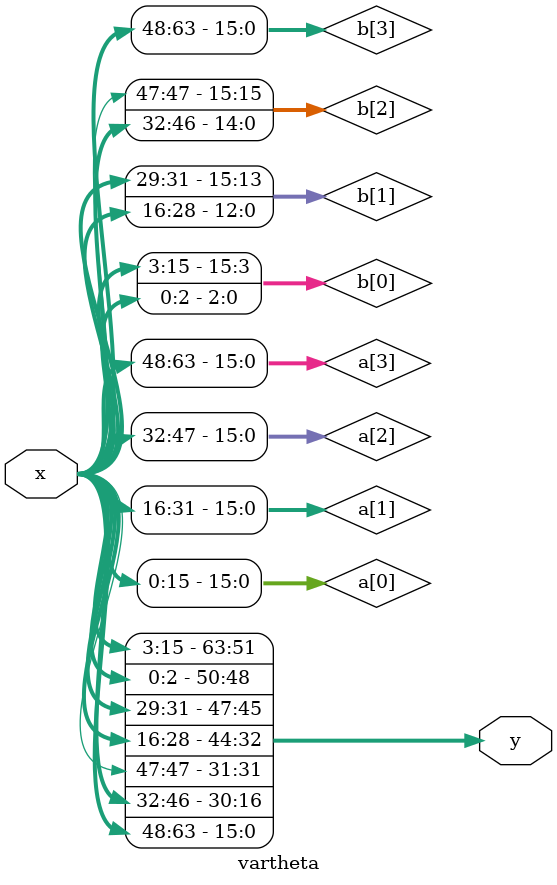
<source format=v>

module  vartheta( x, y);

parameter       BLOCK_SIZE = 128;
parameter       SIDE_SIZE = BLOCK_SIZE/2;       
parameter       COLUMN_SIZE  = SIDE_SIZE/4;     

parameter       PA  = 1;
parameter       PB  = 3;
parameter       PC  = 13;

input   [0:(SIDE_SIZE-1)]   x;
output  [0:(SIDE_SIZE-1)]   y;

wire    [0:(COLUMN_SIZE-1)]   a[0:3];
wire    [0:(COLUMN_SIZE-1)]   b[0:3];

assign  a[0] = x[(0*COLUMN_SIZE):(1*COLUMN_SIZE-1)];
assign  a[1] = x[(1*COLUMN_SIZE):(2*COLUMN_SIZE-1)];
assign  a[2] = x[(2*COLUMN_SIZE):(3*COLUMN_SIZE-1)];
assign  a[3] = x[(3*COLUMN_SIZE):(4*COLUMN_SIZE-1)];

assign b[3] = a[3];
assign b[2] = {a[2][(COLUMN_SIZE-PA):(COLUMN_SIZE-1)], a[2][0:(COLUMN_SIZE-1-PA)] };
assign b[1] = {a[1][(COLUMN_SIZE-PB):(COLUMN_SIZE-1)], a[1][0:(COLUMN_SIZE-1-PB)] };
assign b[0] = {a[0][(COLUMN_SIZE-PC):(COLUMN_SIZE-1)], a[0][0:(COLUMN_SIZE-1-PC)] };

assign y = {b[0], b[1], b[2], b[3]};

endmodule


</source>
